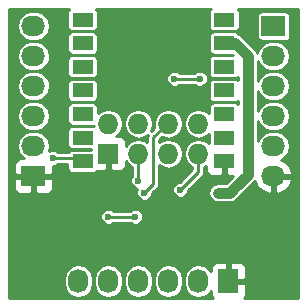
<source format=gbl>
G04 #@! TF.FileFunction,Copper,L2,Bot,Signal*
%FSLAX46Y46*%
G04 Gerber Fmt 4.6, Leading zero omitted, Abs format (unit mm)*
G04 Created by KiCad (PCBNEW 4.0.0-rc2-stable) date 29.11.2015 16:31:19*
%MOMM*%
G01*
G04 APERTURE LIST*
%ADD10C,0.100000*%
%ADD11R,1.727200X2.032000*%
%ADD12O,1.727200X2.032000*%
%ADD13R,2.032000X1.727200*%
%ADD14O,2.032000X1.727200*%
%ADD15R,1.800000X1.200000*%
%ADD16R,1.727200X1.727200*%
%ADD17O,1.727200X1.727200*%
%ADD18C,0.600000*%
%ADD19C,0.254000*%
%ADD20C,0.889000*%
G04 APERTURE END LIST*
D10*
D11*
X125730000Y-99695000D03*
D12*
X123190000Y-99695000D03*
X120650000Y-99695000D03*
X118110000Y-99695000D03*
X115570000Y-99695000D03*
X113030000Y-99695000D03*
D13*
X129540000Y-78105000D03*
D14*
X129540000Y-80645000D03*
X129540000Y-83185000D03*
X129540000Y-85725000D03*
X129540000Y-88265000D03*
X129540000Y-90805000D03*
D13*
X109220000Y-90805000D03*
D14*
X109220000Y-88265000D03*
X109220000Y-85725000D03*
X109220000Y-83185000D03*
X109220000Y-80645000D03*
X109220000Y-78105000D03*
D15*
X113380000Y-77550000D03*
X113380000Y-79550000D03*
X113380000Y-81550000D03*
X113380000Y-83550000D03*
X113380000Y-85550000D03*
X113380000Y-87550000D03*
X113380000Y-89550000D03*
X125380000Y-89550000D03*
X125380000Y-87550000D03*
X125380000Y-85550000D03*
X125380000Y-83550000D03*
X125380000Y-81550000D03*
X125380000Y-79550000D03*
X125380000Y-77550000D03*
D16*
X115570000Y-88900000D03*
D17*
X115570000Y-86360000D03*
X118110000Y-88900000D03*
X118110000Y-86360000D03*
X120650000Y-88900000D03*
X120650000Y-86360000D03*
X123190000Y-88900000D03*
X123190000Y-86360000D03*
D18*
X129794000Y-94488000D03*
X121285000Y-95123000D03*
X115570000Y-94234000D03*
X117856000Y-94234000D03*
X124841000Y-92202000D03*
X121666000Y-91948000D03*
X121158000Y-82550000D03*
X123317000Y-82550000D03*
X110871000Y-89281000D03*
X118110000Y-91186000D03*
X118618000Y-92202000D03*
D19*
X117856000Y-94234000D02*
X115570000Y-94234000D01*
D20*
X126238000Y-91821000D02*
X125857000Y-92202000D01*
X125857000Y-92202000D02*
X124841000Y-92202000D01*
X125380000Y-79550000D02*
X126286000Y-79550000D01*
X127381000Y-90678000D02*
X126238000Y-91821000D01*
X127381000Y-80645000D02*
X127381000Y-90678000D01*
X126286000Y-79550000D02*
X127381000Y-80645000D01*
D19*
X121666000Y-91948000D02*
X123190000Y-90424000D01*
X123190000Y-90424000D02*
X123190000Y-88900000D01*
X115824000Y-86360000D02*
X115570000Y-86360000D01*
X123317000Y-82550000D02*
X121158000Y-82550000D01*
X123317000Y-82550000D02*
X123190000Y-82677000D01*
X110871000Y-89281000D02*
X113111000Y-89281000D01*
X113111000Y-89281000D02*
X113380000Y-89550000D01*
X118110000Y-88900000D02*
X118110000Y-91186000D01*
X119380000Y-87503000D02*
X119380000Y-91440000D01*
X120523000Y-86360000D02*
X119380000Y-87503000D01*
X119380000Y-91440000D02*
X118618000Y-92202000D01*
X120650000Y-86360000D02*
X120523000Y-86360000D01*
G36*
X112209135Y-76671546D02*
X112122141Y-76798866D01*
X112091536Y-76950000D01*
X112091536Y-78150000D01*
X112118103Y-78291190D01*
X112201546Y-78420865D01*
X112328866Y-78507859D01*
X112480000Y-78538464D01*
X114280000Y-78538464D01*
X114421190Y-78511897D01*
X114550865Y-78428454D01*
X114637859Y-78301134D01*
X114668464Y-78150000D01*
X114668464Y-76950000D01*
X114641897Y-76808810D01*
X114558454Y-76679135D01*
X114524595Y-76656000D01*
X124233294Y-76656000D01*
X124209135Y-76671546D01*
X124122141Y-76798866D01*
X124091536Y-76950000D01*
X124091536Y-78150000D01*
X124118103Y-78291190D01*
X124201546Y-78420865D01*
X124328866Y-78507859D01*
X124480000Y-78538464D01*
X126280000Y-78538464D01*
X126421190Y-78511897D01*
X126550865Y-78428454D01*
X126637859Y-78301134D01*
X126668464Y-78150000D01*
X126668464Y-77241400D01*
X128135536Y-77241400D01*
X128135536Y-78968600D01*
X128162103Y-79109790D01*
X128245546Y-79239465D01*
X128372866Y-79326459D01*
X128524000Y-79357064D01*
X130556000Y-79357064D01*
X130697190Y-79330497D01*
X130826865Y-79247054D01*
X130913859Y-79119734D01*
X130944464Y-78968600D01*
X130944464Y-77241400D01*
X130917897Y-77100210D01*
X130834454Y-76970535D01*
X130707134Y-76883541D01*
X130556000Y-76852936D01*
X128524000Y-76852936D01*
X128382810Y-76879503D01*
X128253135Y-76962946D01*
X128166141Y-77090266D01*
X128135536Y-77241400D01*
X126668464Y-77241400D01*
X126668464Y-76950000D01*
X126641897Y-76808810D01*
X126558454Y-76679135D01*
X126524595Y-76656000D01*
X131624000Y-76656000D01*
X131624000Y-101144000D01*
X127058625Y-101144000D01*
X127131927Y-101070698D01*
X127228600Y-100837309D01*
X127228600Y-99980750D01*
X127069850Y-99822000D01*
X125857000Y-99822000D01*
X125857000Y-99842000D01*
X125603000Y-99842000D01*
X125603000Y-99822000D01*
X125583000Y-99822000D01*
X125583000Y-99568000D01*
X125603000Y-99568000D01*
X125603000Y-98202750D01*
X125857000Y-98202750D01*
X125857000Y-99568000D01*
X127069850Y-99568000D01*
X127228600Y-99409250D01*
X127228600Y-98552691D01*
X127131927Y-98319302D01*
X126953299Y-98140673D01*
X126719910Y-98044000D01*
X126015750Y-98044000D01*
X125857000Y-98202750D01*
X125603000Y-98202750D01*
X125444250Y-98044000D01*
X124740090Y-98044000D01*
X124506701Y-98140673D01*
X124328073Y-98319302D01*
X124231400Y-98552691D01*
X124231400Y-98876621D01*
X124070065Y-98635166D01*
X123666288Y-98365371D01*
X123190000Y-98270631D01*
X122713712Y-98365371D01*
X122309935Y-98635166D01*
X122040140Y-99038943D01*
X121945400Y-99515231D01*
X121945400Y-99874769D01*
X122040140Y-100351057D01*
X122309935Y-100754834D01*
X122713712Y-101024629D01*
X123190000Y-101119369D01*
X123666288Y-101024629D01*
X124070065Y-100754834D01*
X124231400Y-100513379D01*
X124231400Y-100837309D01*
X124328073Y-101070698D01*
X124401375Y-101144000D01*
X107136000Y-101144000D01*
X107136000Y-99515231D01*
X111785400Y-99515231D01*
X111785400Y-99874769D01*
X111880140Y-100351057D01*
X112149935Y-100754834D01*
X112553712Y-101024629D01*
X113030000Y-101119369D01*
X113506288Y-101024629D01*
X113910065Y-100754834D01*
X114179860Y-100351057D01*
X114274600Y-99874769D01*
X114274600Y-99515231D01*
X114325400Y-99515231D01*
X114325400Y-99874769D01*
X114420140Y-100351057D01*
X114689935Y-100754834D01*
X115093712Y-101024629D01*
X115570000Y-101119369D01*
X116046288Y-101024629D01*
X116450065Y-100754834D01*
X116719860Y-100351057D01*
X116814600Y-99874769D01*
X116814600Y-99515231D01*
X116865400Y-99515231D01*
X116865400Y-99874769D01*
X116960140Y-100351057D01*
X117229935Y-100754834D01*
X117633712Y-101024629D01*
X118110000Y-101119369D01*
X118586288Y-101024629D01*
X118990065Y-100754834D01*
X119259860Y-100351057D01*
X119354600Y-99874769D01*
X119354600Y-99515231D01*
X119405400Y-99515231D01*
X119405400Y-99874769D01*
X119500140Y-100351057D01*
X119769935Y-100754834D01*
X120173712Y-101024629D01*
X120650000Y-101119369D01*
X121126288Y-101024629D01*
X121530065Y-100754834D01*
X121799860Y-100351057D01*
X121894600Y-99874769D01*
X121894600Y-99515231D01*
X121799860Y-99038943D01*
X121530065Y-98635166D01*
X121126288Y-98365371D01*
X120650000Y-98270631D01*
X120173712Y-98365371D01*
X119769935Y-98635166D01*
X119500140Y-99038943D01*
X119405400Y-99515231D01*
X119354600Y-99515231D01*
X119259860Y-99038943D01*
X118990065Y-98635166D01*
X118586288Y-98365371D01*
X118110000Y-98270631D01*
X117633712Y-98365371D01*
X117229935Y-98635166D01*
X116960140Y-99038943D01*
X116865400Y-99515231D01*
X116814600Y-99515231D01*
X116719860Y-99038943D01*
X116450065Y-98635166D01*
X116046288Y-98365371D01*
X115570000Y-98270631D01*
X115093712Y-98365371D01*
X114689935Y-98635166D01*
X114420140Y-99038943D01*
X114325400Y-99515231D01*
X114274600Y-99515231D01*
X114179860Y-99038943D01*
X113910065Y-98635166D01*
X113506288Y-98365371D01*
X113030000Y-98270631D01*
X112553712Y-98365371D01*
X112149935Y-98635166D01*
X111880140Y-99038943D01*
X111785400Y-99515231D01*
X107136000Y-99515231D01*
X107136000Y-94368865D01*
X114888882Y-94368865D01*
X114992339Y-94619252D01*
X115183741Y-94810987D01*
X115433946Y-94914882D01*
X115704865Y-94915118D01*
X115955252Y-94811661D01*
X116025034Y-94742000D01*
X117400874Y-94742000D01*
X117469741Y-94810987D01*
X117719946Y-94914882D01*
X117990865Y-94915118D01*
X118241252Y-94811661D01*
X118432987Y-94620259D01*
X118536882Y-94370054D01*
X118537118Y-94099135D01*
X118433661Y-93848748D01*
X118242259Y-93657013D01*
X117992054Y-93553118D01*
X117721135Y-93552882D01*
X117470748Y-93656339D01*
X117400966Y-93726000D01*
X116025126Y-93726000D01*
X115956259Y-93657013D01*
X115706054Y-93553118D01*
X115435135Y-93552882D01*
X115184748Y-93656339D01*
X114993013Y-93847741D01*
X114889118Y-94097946D01*
X114888882Y-94368865D01*
X107136000Y-94368865D01*
X107136000Y-91090750D01*
X107569000Y-91090750D01*
X107569000Y-91794910D01*
X107665673Y-92028299D01*
X107844302Y-92206927D01*
X108077691Y-92303600D01*
X108934250Y-92303600D01*
X109093000Y-92144850D01*
X109093000Y-90932000D01*
X109347000Y-90932000D01*
X109347000Y-92144850D01*
X109505750Y-92303600D01*
X110362309Y-92303600D01*
X110595698Y-92206927D01*
X110774327Y-92028299D01*
X110871000Y-91794910D01*
X110871000Y-91090750D01*
X110712250Y-90932000D01*
X109347000Y-90932000D01*
X109093000Y-90932000D01*
X107727750Y-90932000D01*
X107569000Y-91090750D01*
X107136000Y-91090750D01*
X107136000Y-89815090D01*
X107569000Y-89815090D01*
X107569000Y-90519250D01*
X107727750Y-90678000D01*
X109093000Y-90678000D01*
X109093000Y-90658000D01*
X109347000Y-90658000D01*
X109347000Y-90678000D01*
X110712250Y-90678000D01*
X110871000Y-90519250D01*
X110871000Y-89962001D01*
X111005865Y-89962118D01*
X111256252Y-89858661D01*
X111326034Y-89789000D01*
X112091536Y-89789000D01*
X112091536Y-90150000D01*
X112118103Y-90291190D01*
X112201546Y-90420865D01*
X112328866Y-90507859D01*
X112480000Y-90538464D01*
X114280000Y-90538464D01*
X114421190Y-90511897D01*
X114550865Y-90428454D01*
X114573210Y-90395750D01*
X114580090Y-90398600D01*
X115284250Y-90398600D01*
X115443000Y-90239850D01*
X115443000Y-89027000D01*
X115423000Y-89027000D01*
X115423000Y-88773000D01*
X115443000Y-88773000D01*
X115443000Y-88753000D01*
X115697000Y-88753000D01*
X115697000Y-88773000D01*
X115717000Y-88773000D01*
X115717000Y-89027000D01*
X115697000Y-89027000D01*
X115697000Y-90239850D01*
X115855750Y-90398600D01*
X116559910Y-90398600D01*
X116793299Y-90301927D01*
X116971927Y-90123298D01*
X117068600Y-89889909D01*
X117068600Y-89562993D01*
X117229935Y-89804448D01*
X117602000Y-90053054D01*
X117602000Y-90730874D01*
X117533013Y-90799741D01*
X117429118Y-91049946D01*
X117428882Y-91320865D01*
X117532339Y-91571252D01*
X117723741Y-91762987D01*
X117973946Y-91866882D01*
X118019761Y-91866922D01*
X117937118Y-92065946D01*
X117936882Y-92336865D01*
X118040339Y-92587252D01*
X118231741Y-92778987D01*
X118481946Y-92882882D01*
X118752865Y-92883118D01*
X119003252Y-92779661D01*
X119194987Y-92588259D01*
X119298882Y-92338054D01*
X119298968Y-92239452D01*
X119455555Y-92082865D01*
X120984882Y-92082865D01*
X121088339Y-92333252D01*
X121279741Y-92524987D01*
X121529946Y-92628882D01*
X121800865Y-92629118D01*
X122051252Y-92525661D01*
X122242987Y-92334259D01*
X122346882Y-92084054D01*
X122346968Y-91985452D01*
X123549210Y-90783211D01*
X123622790Y-90673090D01*
X123659331Y-90618403D01*
X123698000Y-90424000D01*
X123698000Y-90053054D01*
X123845000Y-89954832D01*
X123845000Y-90276310D01*
X123941673Y-90509699D01*
X124120302Y-90688327D01*
X124353691Y-90785000D01*
X125094250Y-90785000D01*
X125253000Y-90626250D01*
X125253000Y-89677000D01*
X125233000Y-89677000D01*
X125233000Y-89423000D01*
X125253000Y-89423000D01*
X125253000Y-89403000D01*
X125507000Y-89403000D01*
X125507000Y-89423000D01*
X125527000Y-89423000D01*
X125527000Y-89677000D01*
X125507000Y-89677000D01*
X125507000Y-90626250D01*
X125665750Y-90785000D01*
X126106566Y-90785000D01*
X125654283Y-91237283D01*
X125654281Y-91237286D01*
X125515067Y-91376500D01*
X124841000Y-91376500D01*
X124525095Y-91439337D01*
X124257283Y-91618283D01*
X124078337Y-91886095D01*
X124015500Y-92202000D01*
X124078337Y-92517905D01*
X124257283Y-92785717D01*
X124525095Y-92964663D01*
X124841000Y-93027500D01*
X125857000Y-93027500D01*
X126172906Y-92964663D01*
X126440717Y-92785717D01*
X126821714Y-92404719D01*
X126821717Y-92404717D01*
X127964717Y-91261717D01*
X127970550Y-91252987D01*
X128189268Y-91707036D01*
X128625680Y-92096954D01*
X129178087Y-92290184D01*
X129413000Y-92145924D01*
X129413000Y-90932000D01*
X129667000Y-90932000D01*
X129667000Y-92145924D01*
X129901913Y-92290184D01*
X130454320Y-92096954D01*
X130890732Y-91707036D01*
X131144709Y-91179791D01*
X131147358Y-91164026D01*
X131026217Y-90932000D01*
X129667000Y-90932000D01*
X129413000Y-90932000D01*
X129393000Y-90932000D01*
X129393000Y-90678000D01*
X129413000Y-90678000D01*
X129413000Y-90658000D01*
X129667000Y-90658000D01*
X129667000Y-90678000D01*
X131026217Y-90678000D01*
X131147358Y-90445974D01*
X131144709Y-90430209D01*
X130890732Y-89902964D01*
X130454320Y-89513046D01*
X130181757Y-89417704D01*
X130196057Y-89414860D01*
X130599834Y-89145065D01*
X130869629Y-88741288D01*
X130964369Y-88265000D01*
X130869629Y-87788712D01*
X130599834Y-87384935D01*
X130196057Y-87115140D01*
X129719769Y-87020400D01*
X129360231Y-87020400D01*
X128883943Y-87115140D01*
X128480166Y-87384935D01*
X128210371Y-87788712D01*
X128206500Y-87808173D01*
X128206500Y-86181827D01*
X128210371Y-86201288D01*
X128480166Y-86605065D01*
X128883943Y-86874860D01*
X129360231Y-86969600D01*
X129719769Y-86969600D01*
X130196057Y-86874860D01*
X130599834Y-86605065D01*
X130869629Y-86201288D01*
X130964369Y-85725000D01*
X130869629Y-85248712D01*
X130599834Y-84844935D01*
X130196057Y-84575140D01*
X129719769Y-84480400D01*
X129360231Y-84480400D01*
X128883943Y-84575140D01*
X128480166Y-84844935D01*
X128210371Y-85248712D01*
X128206500Y-85268173D01*
X128206500Y-83641827D01*
X128210371Y-83661288D01*
X128480166Y-84065065D01*
X128883943Y-84334860D01*
X129360231Y-84429600D01*
X129719769Y-84429600D01*
X130196057Y-84334860D01*
X130599834Y-84065065D01*
X130869629Y-83661288D01*
X130964369Y-83185000D01*
X130869629Y-82708712D01*
X130599834Y-82304935D01*
X130196057Y-82035140D01*
X129719769Y-81940400D01*
X129360231Y-81940400D01*
X128883943Y-82035140D01*
X128480166Y-82304935D01*
X128210371Y-82708712D01*
X128206500Y-82728173D01*
X128206500Y-81101827D01*
X128210371Y-81121288D01*
X128480166Y-81525065D01*
X128883943Y-81794860D01*
X129360231Y-81889600D01*
X129719769Y-81889600D01*
X130196057Y-81794860D01*
X130599834Y-81525065D01*
X130869629Y-81121288D01*
X130964369Y-80645000D01*
X130869629Y-80168712D01*
X130599834Y-79764935D01*
X130196057Y-79495140D01*
X129719769Y-79400400D01*
X129360231Y-79400400D01*
X128883943Y-79495140D01*
X128480166Y-79764935D01*
X128210371Y-80168712D01*
X128161066Y-80416584D01*
X128143663Y-80329094D01*
X127964717Y-80061283D01*
X126869717Y-78966283D01*
X126643027Y-78814813D01*
X126641897Y-78808810D01*
X126558454Y-78679135D01*
X126431134Y-78592141D01*
X126280000Y-78561536D01*
X124480000Y-78561536D01*
X124338810Y-78588103D01*
X124209135Y-78671546D01*
X124122141Y-78798866D01*
X124091536Y-78950000D01*
X124091536Y-80150000D01*
X124118103Y-80291190D01*
X124201546Y-80420865D01*
X124328866Y-80507859D01*
X124480000Y-80538464D01*
X126107030Y-80538464D01*
X126130102Y-80561536D01*
X124480000Y-80561536D01*
X124338810Y-80588103D01*
X124209135Y-80671546D01*
X124122141Y-80798866D01*
X124091536Y-80950000D01*
X124091536Y-82150000D01*
X124118103Y-82291190D01*
X124201546Y-82420865D01*
X124328866Y-82507859D01*
X124480000Y-82538464D01*
X126280000Y-82538464D01*
X126421190Y-82511897D01*
X126550865Y-82428454D01*
X126555500Y-82421670D01*
X126555500Y-82677117D01*
X126431134Y-82592141D01*
X126280000Y-82561536D01*
X124480000Y-82561536D01*
X124338810Y-82588103D01*
X124209135Y-82671546D01*
X124122141Y-82798866D01*
X124091536Y-82950000D01*
X124091536Y-84150000D01*
X124118103Y-84291190D01*
X124201546Y-84420865D01*
X124328866Y-84507859D01*
X124480000Y-84538464D01*
X126280000Y-84538464D01*
X126421190Y-84511897D01*
X126550865Y-84428454D01*
X126555500Y-84421670D01*
X126555500Y-84677117D01*
X126431134Y-84592141D01*
X126280000Y-84561536D01*
X124480000Y-84561536D01*
X124338810Y-84588103D01*
X124209135Y-84671546D01*
X124122141Y-84798866D01*
X124091536Y-84950000D01*
X124091536Y-85487686D01*
X124070065Y-85455552D01*
X123666288Y-85185757D01*
X123190000Y-85091017D01*
X122713712Y-85185757D01*
X122309935Y-85455552D01*
X122040140Y-85859329D01*
X121945400Y-86335617D01*
X121945400Y-86384383D01*
X122040140Y-86860671D01*
X122309935Y-87264448D01*
X122713712Y-87534243D01*
X123190000Y-87628983D01*
X123666288Y-87534243D01*
X124070065Y-87264448D01*
X124091536Y-87232314D01*
X124091536Y-88027686D01*
X124070065Y-87995552D01*
X123666288Y-87725757D01*
X123190000Y-87631017D01*
X122713712Y-87725757D01*
X122309935Y-87995552D01*
X122040140Y-88399329D01*
X121945400Y-88875617D01*
X121945400Y-88924383D01*
X122040140Y-89400671D01*
X122309935Y-89804448D01*
X122682000Y-90053054D01*
X122682000Y-90213579D01*
X121628613Y-91266967D01*
X121531135Y-91266882D01*
X121280748Y-91370339D01*
X121089013Y-91561741D01*
X120985118Y-91811946D01*
X120984882Y-92082865D01*
X119455555Y-92082865D01*
X119739210Y-91799210D01*
X119849331Y-91634403D01*
X119888000Y-91440000D01*
X119888000Y-89883336D01*
X120173712Y-90074243D01*
X120650000Y-90168983D01*
X121126288Y-90074243D01*
X121530065Y-89804448D01*
X121799860Y-89400671D01*
X121894600Y-88924383D01*
X121894600Y-88875617D01*
X121799860Y-88399329D01*
X121530065Y-87995552D01*
X121126288Y-87725757D01*
X120650000Y-87631017D01*
X120173712Y-87725757D01*
X119888000Y-87916664D01*
X119888000Y-87713420D01*
X120109849Y-87491571D01*
X120173712Y-87534243D01*
X120650000Y-87628983D01*
X121126288Y-87534243D01*
X121530065Y-87264448D01*
X121799860Y-86860671D01*
X121894600Y-86384383D01*
X121894600Y-86335617D01*
X121799860Y-85859329D01*
X121530065Y-85455552D01*
X121126288Y-85185757D01*
X120650000Y-85091017D01*
X120173712Y-85185757D01*
X119769935Y-85455552D01*
X119500140Y-85859329D01*
X119405400Y-86335617D01*
X119405400Y-86384383D01*
X119467583Y-86696997D01*
X119171160Y-86993420D01*
X119259860Y-86860671D01*
X119354600Y-86384383D01*
X119354600Y-86335617D01*
X119259860Y-85859329D01*
X118990065Y-85455552D01*
X118586288Y-85185757D01*
X118110000Y-85091017D01*
X117633712Y-85185757D01*
X117229935Y-85455552D01*
X116960140Y-85859329D01*
X116865400Y-86335617D01*
X116865400Y-86384383D01*
X116960140Y-86860671D01*
X117229935Y-87264448D01*
X117633712Y-87534243D01*
X118110000Y-87628983D01*
X118586288Y-87534243D01*
X118908627Y-87318863D01*
X118872000Y-87503000D01*
X118872000Y-87916664D01*
X118586288Y-87725757D01*
X118110000Y-87631017D01*
X117633712Y-87725757D01*
X117229935Y-87995552D01*
X117068600Y-88237007D01*
X117068600Y-87910091D01*
X116971927Y-87676702D01*
X116793299Y-87498073D01*
X116559910Y-87401400D01*
X116245102Y-87401400D01*
X116450065Y-87264448D01*
X116719860Y-86860671D01*
X116814600Y-86384383D01*
X116814600Y-86335617D01*
X116719860Y-85859329D01*
X116450065Y-85455552D01*
X116046288Y-85185757D01*
X115570000Y-85091017D01*
X115093712Y-85185757D01*
X114689935Y-85455552D01*
X114668464Y-85487686D01*
X114668464Y-84950000D01*
X114641897Y-84808810D01*
X114558454Y-84679135D01*
X114431134Y-84592141D01*
X114280000Y-84561536D01*
X112480000Y-84561536D01*
X112338810Y-84588103D01*
X112209135Y-84671546D01*
X112122141Y-84798866D01*
X112091536Y-84950000D01*
X112091536Y-86150000D01*
X112118103Y-86291190D01*
X112201546Y-86420865D01*
X112328866Y-86507859D01*
X112480000Y-86538464D01*
X114280000Y-86538464D01*
X114353305Y-86524671D01*
X114364023Y-86578551D01*
X114280000Y-86561536D01*
X112480000Y-86561536D01*
X112338810Y-86588103D01*
X112209135Y-86671546D01*
X112122141Y-86798866D01*
X112091536Y-86950000D01*
X112091536Y-88150000D01*
X112118103Y-88291190D01*
X112201546Y-88420865D01*
X112328866Y-88507859D01*
X112480000Y-88538464D01*
X114071400Y-88538464D01*
X114071400Y-88561536D01*
X112480000Y-88561536D01*
X112338810Y-88588103D01*
X112209135Y-88671546D01*
X112139814Y-88773000D01*
X111326126Y-88773000D01*
X111257259Y-88704013D01*
X111007054Y-88600118D01*
X110736135Y-88599882D01*
X110563574Y-88671182D01*
X110644369Y-88265000D01*
X110549629Y-87788712D01*
X110279834Y-87384935D01*
X109876057Y-87115140D01*
X109399769Y-87020400D01*
X109040231Y-87020400D01*
X108563943Y-87115140D01*
X108160166Y-87384935D01*
X107890371Y-87788712D01*
X107795631Y-88265000D01*
X107890371Y-88741288D01*
X108160166Y-89145065D01*
X108401621Y-89306400D01*
X108077691Y-89306400D01*
X107844302Y-89403073D01*
X107665673Y-89581701D01*
X107569000Y-89815090D01*
X107136000Y-89815090D01*
X107136000Y-85725000D01*
X107795631Y-85725000D01*
X107890371Y-86201288D01*
X108160166Y-86605065D01*
X108563943Y-86874860D01*
X109040231Y-86969600D01*
X109399769Y-86969600D01*
X109876057Y-86874860D01*
X110279834Y-86605065D01*
X110549629Y-86201288D01*
X110644369Y-85725000D01*
X110549629Y-85248712D01*
X110279834Y-84844935D01*
X109876057Y-84575140D01*
X109399769Y-84480400D01*
X109040231Y-84480400D01*
X108563943Y-84575140D01*
X108160166Y-84844935D01*
X107890371Y-85248712D01*
X107795631Y-85725000D01*
X107136000Y-85725000D01*
X107136000Y-83185000D01*
X107795631Y-83185000D01*
X107890371Y-83661288D01*
X108160166Y-84065065D01*
X108563943Y-84334860D01*
X109040231Y-84429600D01*
X109399769Y-84429600D01*
X109876057Y-84334860D01*
X110279834Y-84065065D01*
X110549629Y-83661288D01*
X110644369Y-83185000D01*
X110597625Y-82950000D01*
X112091536Y-82950000D01*
X112091536Y-84150000D01*
X112118103Y-84291190D01*
X112201546Y-84420865D01*
X112328866Y-84507859D01*
X112480000Y-84538464D01*
X114280000Y-84538464D01*
X114421190Y-84511897D01*
X114550865Y-84428454D01*
X114637859Y-84301134D01*
X114668464Y-84150000D01*
X114668464Y-82950000D01*
X114641897Y-82808810D01*
X114562142Y-82684865D01*
X120476882Y-82684865D01*
X120580339Y-82935252D01*
X120771741Y-83126987D01*
X121021946Y-83230882D01*
X121292865Y-83231118D01*
X121543252Y-83127661D01*
X121613034Y-83058000D01*
X122861874Y-83058000D01*
X122930741Y-83126987D01*
X123180946Y-83230882D01*
X123451865Y-83231118D01*
X123702252Y-83127661D01*
X123893987Y-82936259D01*
X123997882Y-82686054D01*
X123998118Y-82415135D01*
X123894661Y-82164748D01*
X123703259Y-81973013D01*
X123453054Y-81869118D01*
X123182135Y-81868882D01*
X122931748Y-81972339D01*
X122861966Y-82042000D01*
X121613126Y-82042000D01*
X121544259Y-81973013D01*
X121294054Y-81869118D01*
X121023135Y-81868882D01*
X120772748Y-81972339D01*
X120581013Y-82163741D01*
X120477118Y-82413946D01*
X120476882Y-82684865D01*
X114562142Y-82684865D01*
X114558454Y-82679135D01*
X114431134Y-82592141D01*
X114280000Y-82561536D01*
X112480000Y-82561536D01*
X112338810Y-82588103D01*
X112209135Y-82671546D01*
X112122141Y-82798866D01*
X112091536Y-82950000D01*
X110597625Y-82950000D01*
X110549629Y-82708712D01*
X110279834Y-82304935D01*
X109876057Y-82035140D01*
X109399769Y-81940400D01*
X109040231Y-81940400D01*
X108563943Y-82035140D01*
X108160166Y-82304935D01*
X107890371Y-82708712D01*
X107795631Y-83185000D01*
X107136000Y-83185000D01*
X107136000Y-80645000D01*
X107795631Y-80645000D01*
X107890371Y-81121288D01*
X108160166Y-81525065D01*
X108563943Y-81794860D01*
X109040231Y-81889600D01*
X109399769Y-81889600D01*
X109876057Y-81794860D01*
X110279834Y-81525065D01*
X110549629Y-81121288D01*
X110583700Y-80950000D01*
X112091536Y-80950000D01*
X112091536Y-82150000D01*
X112118103Y-82291190D01*
X112201546Y-82420865D01*
X112328866Y-82507859D01*
X112480000Y-82538464D01*
X114280000Y-82538464D01*
X114421190Y-82511897D01*
X114550865Y-82428454D01*
X114637859Y-82301134D01*
X114668464Y-82150000D01*
X114668464Y-80950000D01*
X114641897Y-80808810D01*
X114558454Y-80679135D01*
X114431134Y-80592141D01*
X114280000Y-80561536D01*
X112480000Y-80561536D01*
X112338810Y-80588103D01*
X112209135Y-80671546D01*
X112122141Y-80798866D01*
X112091536Y-80950000D01*
X110583700Y-80950000D01*
X110644369Y-80645000D01*
X110549629Y-80168712D01*
X110279834Y-79764935D01*
X109876057Y-79495140D01*
X109399769Y-79400400D01*
X109040231Y-79400400D01*
X108563943Y-79495140D01*
X108160166Y-79764935D01*
X107890371Y-80168712D01*
X107795631Y-80645000D01*
X107136000Y-80645000D01*
X107136000Y-78105000D01*
X107795631Y-78105000D01*
X107890371Y-78581288D01*
X108160166Y-78985065D01*
X108563943Y-79254860D01*
X109040231Y-79349600D01*
X109399769Y-79349600D01*
X109876057Y-79254860D01*
X110279834Y-78985065D01*
X110303263Y-78950000D01*
X112091536Y-78950000D01*
X112091536Y-80150000D01*
X112118103Y-80291190D01*
X112201546Y-80420865D01*
X112328866Y-80507859D01*
X112480000Y-80538464D01*
X114280000Y-80538464D01*
X114421190Y-80511897D01*
X114550865Y-80428454D01*
X114637859Y-80301134D01*
X114668464Y-80150000D01*
X114668464Y-78950000D01*
X114641897Y-78808810D01*
X114558454Y-78679135D01*
X114431134Y-78592141D01*
X114280000Y-78561536D01*
X112480000Y-78561536D01*
X112338810Y-78588103D01*
X112209135Y-78671546D01*
X112122141Y-78798866D01*
X112091536Y-78950000D01*
X110303263Y-78950000D01*
X110549629Y-78581288D01*
X110644369Y-78105000D01*
X110549629Y-77628712D01*
X110279834Y-77224935D01*
X109876057Y-76955140D01*
X109399769Y-76860400D01*
X109040231Y-76860400D01*
X108563943Y-76955140D01*
X108160166Y-77224935D01*
X107890371Y-77628712D01*
X107795631Y-78105000D01*
X107136000Y-78105000D01*
X107136000Y-76656000D01*
X112233294Y-76656000D01*
X112209135Y-76671546D01*
X112209135Y-76671546D01*
G37*
X112209135Y-76671546D02*
X112122141Y-76798866D01*
X112091536Y-76950000D01*
X112091536Y-78150000D01*
X112118103Y-78291190D01*
X112201546Y-78420865D01*
X112328866Y-78507859D01*
X112480000Y-78538464D01*
X114280000Y-78538464D01*
X114421190Y-78511897D01*
X114550865Y-78428454D01*
X114637859Y-78301134D01*
X114668464Y-78150000D01*
X114668464Y-76950000D01*
X114641897Y-76808810D01*
X114558454Y-76679135D01*
X114524595Y-76656000D01*
X124233294Y-76656000D01*
X124209135Y-76671546D01*
X124122141Y-76798866D01*
X124091536Y-76950000D01*
X124091536Y-78150000D01*
X124118103Y-78291190D01*
X124201546Y-78420865D01*
X124328866Y-78507859D01*
X124480000Y-78538464D01*
X126280000Y-78538464D01*
X126421190Y-78511897D01*
X126550865Y-78428454D01*
X126637859Y-78301134D01*
X126668464Y-78150000D01*
X126668464Y-77241400D01*
X128135536Y-77241400D01*
X128135536Y-78968600D01*
X128162103Y-79109790D01*
X128245546Y-79239465D01*
X128372866Y-79326459D01*
X128524000Y-79357064D01*
X130556000Y-79357064D01*
X130697190Y-79330497D01*
X130826865Y-79247054D01*
X130913859Y-79119734D01*
X130944464Y-78968600D01*
X130944464Y-77241400D01*
X130917897Y-77100210D01*
X130834454Y-76970535D01*
X130707134Y-76883541D01*
X130556000Y-76852936D01*
X128524000Y-76852936D01*
X128382810Y-76879503D01*
X128253135Y-76962946D01*
X128166141Y-77090266D01*
X128135536Y-77241400D01*
X126668464Y-77241400D01*
X126668464Y-76950000D01*
X126641897Y-76808810D01*
X126558454Y-76679135D01*
X126524595Y-76656000D01*
X131624000Y-76656000D01*
X131624000Y-101144000D01*
X127058625Y-101144000D01*
X127131927Y-101070698D01*
X127228600Y-100837309D01*
X127228600Y-99980750D01*
X127069850Y-99822000D01*
X125857000Y-99822000D01*
X125857000Y-99842000D01*
X125603000Y-99842000D01*
X125603000Y-99822000D01*
X125583000Y-99822000D01*
X125583000Y-99568000D01*
X125603000Y-99568000D01*
X125603000Y-98202750D01*
X125857000Y-98202750D01*
X125857000Y-99568000D01*
X127069850Y-99568000D01*
X127228600Y-99409250D01*
X127228600Y-98552691D01*
X127131927Y-98319302D01*
X126953299Y-98140673D01*
X126719910Y-98044000D01*
X126015750Y-98044000D01*
X125857000Y-98202750D01*
X125603000Y-98202750D01*
X125444250Y-98044000D01*
X124740090Y-98044000D01*
X124506701Y-98140673D01*
X124328073Y-98319302D01*
X124231400Y-98552691D01*
X124231400Y-98876621D01*
X124070065Y-98635166D01*
X123666288Y-98365371D01*
X123190000Y-98270631D01*
X122713712Y-98365371D01*
X122309935Y-98635166D01*
X122040140Y-99038943D01*
X121945400Y-99515231D01*
X121945400Y-99874769D01*
X122040140Y-100351057D01*
X122309935Y-100754834D01*
X122713712Y-101024629D01*
X123190000Y-101119369D01*
X123666288Y-101024629D01*
X124070065Y-100754834D01*
X124231400Y-100513379D01*
X124231400Y-100837309D01*
X124328073Y-101070698D01*
X124401375Y-101144000D01*
X107136000Y-101144000D01*
X107136000Y-99515231D01*
X111785400Y-99515231D01*
X111785400Y-99874769D01*
X111880140Y-100351057D01*
X112149935Y-100754834D01*
X112553712Y-101024629D01*
X113030000Y-101119369D01*
X113506288Y-101024629D01*
X113910065Y-100754834D01*
X114179860Y-100351057D01*
X114274600Y-99874769D01*
X114274600Y-99515231D01*
X114325400Y-99515231D01*
X114325400Y-99874769D01*
X114420140Y-100351057D01*
X114689935Y-100754834D01*
X115093712Y-101024629D01*
X115570000Y-101119369D01*
X116046288Y-101024629D01*
X116450065Y-100754834D01*
X116719860Y-100351057D01*
X116814600Y-99874769D01*
X116814600Y-99515231D01*
X116865400Y-99515231D01*
X116865400Y-99874769D01*
X116960140Y-100351057D01*
X117229935Y-100754834D01*
X117633712Y-101024629D01*
X118110000Y-101119369D01*
X118586288Y-101024629D01*
X118990065Y-100754834D01*
X119259860Y-100351057D01*
X119354600Y-99874769D01*
X119354600Y-99515231D01*
X119405400Y-99515231D01*
X119405400Y-99874769D01*
X119500140Y-100351057D01*
X119769935Y-100754834D01*
X120173712Y-101024629D01*
X120650000Y-101119369D01*
X121126288Y-101024629D01*
X121530065Y-100754834D01*
X121799860Y-100351057D01*
X121894600Y-99874769D01*
X121894600Y-99515231D01*
X121799860Y-99038943D01*
X121530065Y-98635166D01*
X121126288Y-98365371D01*
X120650000Y-98270631D01*
X120173712Y-98365371D01*
X119769935Y-98635166D01*
X119500140Y-99038943D01*
X119405400Y-99515231D01*
X119354600Y-99515231D01*
X119259860Y-99038943D01*
X118990065Y-98635166D01*
X118586288Y-98365371D01*
X118110000Y-98270631D01*
X117633712Y-98365371D01*
X117229935Y-98635166D01*
X116960140Y-99038943D01*
X116865400Y-99515231D01*
X116814600Y-99515231D01*
X116719860Y-99038943D01*
X116450065Y-98635166D01*
X116046288Y-98365371D01*
X115570000Y-98270631D01*
X115093712Y-98365371D01*
X114689935Y-98635166D01*
X114420140Y-99038943D01*
X114325400Y-99515231D01*
X114274600Y-99515231D01*
X114179860Y-99038943D01*
X113910065Y-98635166D01*
X113506288Y-98365371D01*
X113030000Y-98270631D01*
X112553712Y-98365371D01*
X112149935Y-98635166D01*
X111880140Y-99038943D01*
X111785400Y-99515231D01*
X107136000Y-99515231D01*
X107136000Y-94368865D01*
X114888882Y-94368865D01*
X114992339Y-94619252D01*
X115183741Y-94810987D01*
X115433946Y-94914882D01*
X115704865Y-94915118D01*
X115955252Y-94811661D01*
X116025034Y-94742000D01*
X117400874Y-94742000D01*
X117469741Y-94810987D01*
X117719946Y-94914882D01*
X117990865Y-94915118D01*
X118241252Y-94811661D01*
X118432987Y-94620259D01*
X118536882Y-94370054D01*
X118537118Y-94099135D01*
X118433661Y-93848748D01*
X118242259Y-93657013D01*
X117992054Y-93553118D01*
X117721135Y-93552882D01*
X117470748Y-93656339D01*
X117400966Y-93726000D01*
X116025126Y-93726000D01*
X115956259Y-93657013D01*
X115706054Y-93553118D01*
X115435135Y-93552882D01*
X115184748Y-93656339D01*
X114993013Y-93847741D01*
X114889118Y-94097946D01*
X114888882Y-94368865D01*
X107136000Y-94368865D01*
X107136000Y-91090750D01*
X107569000Y-91090750D01*
X107569000Y-91794910D01*
X107665673Y-92028299D01*
X107844302Y-92206927D01*
X108077691Y-92303600D01*
X108934250Y-92303600D01*
X109093000Y-92144850D01*
X109093000Y-90932000D01*
X109347000Y-90932000D01*
X109347000Y-92144850D01*
X109505750Y-92303600D01*
X110362309Y-92303600D01*
X110595698Y-92206927D01*
X110774327Y-92028299D01*
X110871000Y-91794910D01*
X110871000Y-91090750D01*
X110712250Y-90932000D01*
X109347000Y-90932000D01*
X109093000Y-90932000D01*
X107727750Y-90932000D01*
X107569000Y-91090750D01*
X107136000Y-91090750D01*
X107136000Y-89815090D01*
X107569000Y-89815090D01*
X107569000Y-90519250D01*
X107727750Y-90678000D01*
X109093000Y-90678000D01*
X109093000Y-90658000D01*
X109347000Y-90658000D01*
X109347000Y-90678000D01*
X110712250Y-90678000D01*
X110871000Y-90519250D01*
X110871000Y-89962001D01*
X111005865Y-89962118D01*
X111256252Y-89858661D01*
X111326034Y-89789000D01*
X112091536Y-89789000D01*
X112091536Y-90150000D01*
X112118103Y-90291190D01*
X112201546Y-90420865D01*
X112328866Y-90507859D01*
X112480000Y-90538464D01*
X114280000Y-90538464D01*
X114421190Y-90511897D01*
X114550865Y-90428454D01*
X114573210Y-90395750D01*
X114580090Y-90398600D01*
X115284250Y-90398600D01*
X115443000Y-90239850D01*
X115443000Y-89027000D01*
X115423000Y-89027000D01*
X115423000Y-88773000D01*
X115443000Y-88773000D01*
X115443000Y-88753000D01*
X115697000Y-88753000D01*
X115697000Y-88773000D01*
X115717000Y-88773000D01*
X115717000Y-89027000D01*
X115697000Y-89027000D01*
X115697000Y-90239850D01*
X115855750Y-90398600D01*
X116559910Y-90398600D01*
X116793299Y-90301927D01*
X116971927Y-90123298D01*
X117068600Y-89889909D01*
X117068600Y-89562993D01*
X117229935Y-89804448D01*
X117602000Y-90053054D01*
X117602000Y-90730874D01*
X117533013Y-90799741D01*
X117429118Y-91049946D01*
X117428882Y-91320865D01*
X117532339Y-91571252D01*
X117723741Y-91762987D01*
X117973946Y-91866882D01*
X118019761Y-91866922D01*
X117937118Y-92065946D01*
X117936882Y-92336865D01*
X118040339Y-92587252D01*
X118231741Y-92778987D01*
X118481946Y-92882882D01*
X118752865Y-92883118D01*
X119003252Y-92779661D01*
X119194987Y-92588259D01*
X119298882Y-92338054D01*
X119298968Y-92239452D01*
X119455555Y-92082865D01*
X120984882Y-92082865D01*
X121088339Y-92333252D01*
X121279741Y-92524987D01*
X121529946Y-92628882D01*
X121800865Y-92629118D01*
X122051252Y-92525661D01*
X122242987Y-92334259D01*
X122346882Y-92084054D01*
X122346968Y-91985452D01*
X123549210Y-90783211D01*
X123622790Y-90673090D01*
X123659331Y-90618403D01*
X123698000Y-90424000D01*
X123698000Y-90053054D01*
X123845000Y-89954832D01*
X123845000Y-90276310D01*
X123941673Y-90509699D01*
X124120302Y-90688327D01*
X124353691Y-90785000D01*
X125094250Y-90785000D01*
X125253000Y-90626250D01*
X125253000Y-89677000D01*
X125233000Y-89677000D01*
X125233000Y-89423000D01*
X125253000Y-89423000D01*
X125253000Y-89403000D01*
X125507000Y-89403000D01*
X125507000Y-89423000D01*
X125527000Y-89423000D01*
X125527000Y-89677000D01*
X125507000Y-89677000D01*
X125507000Y-90626250D01*
X125665750Y-90785000D01*
X126106566Y-90785000D01*
X125654283Y-91237283D01*
X125654281Y-91237286D01*
X125515067Y-91376500D01*
X124841000Y-91376500D01*
X124525095Y-91439337D01*
X124257283Y-91618283D01*
X124078337Y-91886095D01*
X124015500Y-92202000D01*
X124078337Y-92517905D01*
X124257283Y-92785717D01*
X124525095Y-92964663D01*
X124841000Y-93027500D01*
X125857000Y-93027500D01*
X126172906Y-92964663D01*
X126440717Y-92785717D01*
X126821714Y-92404719D01*
X126821717Y-92404717D01*
X127964717Y-91261717D01*
X127970550Y-91252987D01*
X128189268Y-91707036D01*
X128625680Y-92096954D01*
X129178087Y-92290184D01*
X129413000Y-92145924D01*
X129413000Y-90932000D01*
X129667000Y-90932000D01*
X129667000Y-92145924D01*
X129901913Y-92290184D01*
X130454320Y-92096954D01*
X130890732Y-91707036D01*
X131144709Y-91179791D01*
X131147358Y-91164026D01*
X131026217Y-90932000D01*
X129667000Y-90932000D01*
X129413000Y-90932000D01*
X129393000Y-90932000D01*
X129393000Y-90678000D01*
X129413000Y-90678000D01*
X129413000Y-90658000D01*
X129667000Y-90658000D01*
X129667000Y-90678000D01*
X131026217Y-90678000D01*
X131147358Y-90445974D01*
X131144709Y-90430209D01*
X130890732Y-89902964D01*
X130454320Y-89513046D01*
X130181757Y-89417704D01*
X130196057Y-89414860D01*
X130599834Y-89145065D01*
X130869629Y-88741288D01*
X130964369Y-88265000D01*
X130869629Y-87788712D01*
X130599834Y-87384935D01*
X130196057Y-87115140D01*
X129719769Y-87020400D01*
X129360231Y-87020400D01*
X128883943Y-87115140D01*
X128480166Y-87384935D01*
X128210371Y-87788712D01*
X128206500Y-87808173D01*
X128206500Y-86181827D01*
X128210371Y-86201288D01*
X128480166Y-86605065D01*
X128883943Y-86874860D01*
X129360231Y-86969600D01*
X129719769Y-86969600D01*
X130196057Y-86874860D01*
X130599834Y-86605065D01*
X130869629Y-86201288D01*
X130964369Y-85725000D01*
X130869629Y-85248712D01*
X130599834Y-84844935D01*
X130196057Y-84575140D01*
X129719769Y-84480400D01*
X129360231Y-84480400D01*
X128883943Y-84575140D01*
X128480166Y-84844935D01*
X128210371Y-85248712D01*
X128206500Y-85268173D01*
X128206500Y-83641827D01*
X128210371Y-83661288D01*
X128480166Y-84065065D01*
X128883943Y-84334860D01*
X129360231Y-84429600D01*
X129719769Y-84429600D01*
X130196057Y-84334860D01*
X130599834Y-84065065D01*
X130869629Y-83661288D01*
X130964369Y-83185000D01*
X130869629Y-82708712D01*
X130599834Y-82304935D01*
X130196057Y-82035140D01*
X129719769Y-81940400D01*
X129360231Y-81940400D01*
X128883943Y-82035140D01*
X128480166Y-82304935D01*
X128210371Y-82708712D01*
X128206500Y-82728173D01*
X128206500Y-81101827D01*
X128210371Y-81121288D01*
X128480166Y-81525065D01*
X128883943Y-81794860D01*
X129360231Y-81889600D01*
X129719769Y-81889600D01*
X130196057Y-81794860D01*
X130599834Y-81525065D01*
X130869629Y-81121288D01*
X130964369Y-80645000D01*
X130869629Y-80168712D01*
X130599834Y-79764935D01*
X130196057Y-79495140D01*
X129719769Y-79400400D01*
X129360231Y-79400400D01*
X128883943Y-79495140D01*
X128480166Y-79764935D01*
X128210371Y-80168712D01*
X128161066Y-80416584D01*
X128143663Y-80329094D01*
X127964717Y-80061283D01*
X126869717Y-78966283D01*
X126643027Y-78814813D01*
X126641897Y-78808810D01*
X126558454Y-78679135D01*
X126431134Y-78592141D01*
X126280000Y-78561536D01*
X124480000Y-78561536D01*
X124338810Y-78588103D01*
X124209135Y-78671546D01*
X124122141Y-78798866D01*
X124091536Y-78950000D01*
X124091536Y-80150000D01*
X124118103Y-80291190D01*
X124201546Y-80420865D01*
X124328866Y-80507859D01*
X124480000Y-80538464D01*
X126107030Y-80538464D01*
X126130102Y-80561536D01*
X124480000Y-80561536D01*
X124338810Y-80588103D01*
X124209135Y-80671546D01*
X124122141Y-80798866D01*
X124091536Y-80950000D01*
X124091536Y-82150000D01*
X124118103Y-82291190D01*
X124201546Y-82420865D01*
X124328866Y-82507859D01*
X124480000Y-82538464D01*
X126280000Y-82538464D01*
X126421190Y-82511897D01*
X126550865Y-82428454D01*
X126555500Y-82421670D01*
X126555500Y-82677117D01*
X126431134Y-82592141D01*
X126280000Y-82561536D01*
X124480000Y-82561536D01*
X124338810Y-82588103D01*
X124209135Y-82671546D01*
X124122141Y-82798866D01*
X124091536Y-82950000D01*
X124091536Y-84150000D01*
X124118103Y-84291190D01*
X124201546Y-84420865D01*
X124328866Y-84507859D01*
X124480000Y-84538464D01*
X126280000Y-84538464D01*
X126421190Y-84511897D01*
X126550865Y-84428454D01*
X126555500Y-84421670D01*
X126555500Y-84677117D01*
X126431134Y-84592141D01*
X126280000Y-84561536D01*
X124480000Y-84561536D01*
X124338810Y-84588103D01*
X124209135Y-84671546D01*
X124122141Y-84798866D01*
X124091536Y-84950000D01*
X124091536Y-85487686D01*
X124070065Y-85455552D01*
X123666288Y-85185757D01*
X123190000Y-85091017D01*
X122713712Y-85185757D01*
X122309935Y-85455552D01*
X122040140Y-85859329D01*
X121945400Y-86335617D01*
X121945400Y-86384383D01*
X122040140Y-86860671D01*
X122309935Y-87264448D01*
X122713712Y-87534243D01*
X123190000Y-87628983D01*
X123666288Y-87534243D01*
X124070065Y-87264448D01*
X124091536Y-87232314D01*
X124091536Y-88027686D01*
X124070065Y-87995552D01*
X123666288Y-87725757D01*
X123190000Y-87631017D01*
X122713712Y-87725757D01*
X122309935Y-87995552D01*
X122040140Y-88399329D01*
X121945400Y-88875617D01*
X121945400Y-88924383D01*
X122040140Y-89400671D01*
X122309935Y-89804448D01*
X122682000Y-90053054D01*
X122682000Y-90213579D01*
X121628613Y-91266967D01*
X121531135Y-91266882D01*
X121280748Y-91370339D01*
X121089013Y-91561741D01*
X120985118Y-91811946D01*
X120984882Y-92082865D01*
X119455555Y-92082865D01*
X119739210Y-91799210D01*
X119849331Y-91634403D01*
X119888000Y-91440000D01*
X119888000Y-89883336D01*
X120173712Y-90074243D01*
X120650000Y-90168983D01*
X121126288Y-90074243D01*
X121530065Y-89804448D01*
X121799860Y-89400671D01*
X121894600Y-88924383D01*
X121894600Y-88875617D01*
X121799860Y-88399329D01*
X121530065Y-87995552D01*
X121126288Y-87725757D01*
X120650000Y-87631017D01*
X120173712Y-87725757D01*
X119888000Y-87916664D01*
X119888000Y-87713420D01*
X120109849Y-87491571D01*
X120173712Y-87534243D01*
X120650000Y-87628983D01*
X121126288Y-87534243D01*
X121530065Y-87264448D01*
X121799860Y-86860671D01*
X121894600Y-86384383D01*
X121894600Y-86335617D01*
X121799860Y-85859329D01*
X121530065Y-85455552D01*
X121126288Y-85185757D01*
X120650000Y-85091017D01*
X120173712Y-85185757D01*
X119769935Y-85455552D01*
X119500140Y-85859329D01*
X119405400Y-86335617D01*
X119405400Y-86384383D01*
X119467583Y-86696997D01*
X119171160Y-86993420D01*
X119259860Y-86860671D01*
X119354600Y-86384383D01*
X119354600Y-86335617D01*
X119259860Y-85859329D01*
X118990065Y-85455552D01*
X118586288Y-85185757D01*
X118110000Y-85091017D01*
X117633712Y-85185757D01*
X117229935Y-85455552D01*
X116960140Y-85859329D01*
X116865400Y-86335617D01*
X116865400Y-86384383D01*
X116960140Y-86860671D01*
X117229935Y-87264448D01*
X117633712Y-87534243D01*
X118110000Y-87628983D01*
X118586288Y-87534243D01*
X118908627Y-87318863D01*
X118872000Y-87503000D01*
X118872000Y-87916664D01*
X118586288Y-87725757D01*
X118110000Y-87631017D01*
X117633712Y-87725757D01*
X117229935Y-87995552D01*
X117068600Y-88237007D01*
X117068600Y-87910091D01*
X116971927Y-87676702D01*
X116793299Y-87498073D01*
X116559910Y-87401400D01*
X116245102Y-87401400D01*
X116450065Y-87264448D01*
X116719860Y-86860671D01*
X116814600Y-86384383D01*
X116814600Y-86335617D01*
X116719860Y-85859329D01*
X116450065Y-85455552D01*
X116046288Y-85185757D01*
X115570000Y-85091017D01*
X115093712Y-85185757D01*
X114689935Y-85455552D01*
X114668464Y-85487686D01*
X114668464Y-84950000D01*
X114641897Y-84808810D01*
X114558454Y-84679135D01*
X114431134Y-84592141D01*
X114280000Y-84561536D01*
X112480000Y-84561536D01*
X112338810Y-84588103D01*
X112209135Y-84671546D01*
X112122141Y-84798866D01*
X112091536Y-84950000D01*
X112091536Y-86150000D01*
X112118103Y-86291190D01*
X112201546Y-86420865D01*
X112328866Y-86507859D01*
X112480000Y-86538464D01*
X114280000Y-86538464D01*
X114353305Y-86524671D01*
X114364023Y-86578551D01*
X114280000Y-86561536D01*
X112480000Y-86561536D01*
X112338810Y-86588103D01*
X112209135Y-86671546D01*
X112122141Y-86798866D01*
X112091536Y-86950000D01*
X112091536Y-88150000D01*
X112118103Y-88291190D01*
X112201546Y-88420865D01*
X112328866Y-88507859D01*
X112480000Y-88538464D01*
X114071400Y-88538464D01*
X114071400Y-88561536D01*
X112480000Y-88561536D01*
X112338810Y-88588103D01*
X112209135Y-88671546D01*
X112139814Y-88773000D01*
X111326126Y-88773000D01*
X111257259Y-88704013D01*
X111007054Y-88600118D01*
X110736135Y-88599882D01*
X110563574Y-88671182D01*
X110644369Y-88265000D01*
X110549629Y-87788712D01*
X110279834Y-87384935D01*
X109876057Y-87115140D01*
X109399769Y-87020400D01*
X109040231Y-87020400D01*
X108563943Y-87115140D01*
X108160166Y-87384935D01*
X107890371Y-87788712D01*
X107795631Y-88265000D01*
X107890371Y-88741288D01*
X108160166Y-89145065D01*
X108401621Y-89306400D01*
X108077691Y-89306400D01*
X107844302Y-89403073D01*
X107665673Y-89581701D01*
X107569000Y-89815090D01*
X107136000Y-89815090D01*
X107136000Y-85725000D01*
X107795631Y-85725000D01*
X107890371Y-86201288D01*
X108160166Y-86605065D01*
X108563943Y-86874860D01*
X109040231Y-86969600D01*
X109399769Y-86969600D01*
X109876057Y-86874860D01*
X110279834Y-86605065D01*
X110549629Y-86201288D01*
X110644369Y-85725000D01*
X110549629Y-85248712D01*
X110279834Y-84844935D01*
X109876057Y-84575140D01*
X109399769Y-84480400D01*
X109040231Y-84480400D01*
X108563943Y-84575140D01*
X108160166Y-84844935D01*
X107890371Y-85248712D01*
X107795631Y-85725000D01*
X107136000Y-85725000D01*
X107136000Y-83185000D01*
X107795631Y-83185000D01*
X107890371Y-83661288D01*
X108160166Y-84065065D01*
X108563943Y-84334860D01*
X109040231Y-84429600D01*
X109399769Y-84429600D01*
X109876057Y-84334860D01*
X110279834Y-84065065D01*
X110549629Y-83661288D01*
X110644369Y-83185000D01*
X110597625Y-82950000D01*
X112091536Y-82950000D01*
X112091536Y-84150000D01*
X112118103Y-84291190D01*
X112201546Y-84420865D01*
X112328866Y-84507859D01*
X112480000Y-84538464D01*
X114280000Y-84538464D01*
X114421190Y-84511897D01*
X114550865Y-84428454D01*
X114637859Y-84301134D01*
X114668464Y-84150000D01*
X114668464Y-82950000D01*
X114641897Y-82808810D01*
X114562142Y-82684865D01*
X120476882Y-82684865D01*
X120580339Y-82935252D01*
X120771741Y-83126987D01*
X121021946Y-83230882D01*
X121292865Y-83231118D01*
X121543252Y-83127661D01*
X121613034Y-83058000D01*
X122861874Y-83058000D01*
X122930741Y-83126987D01*
X123180946Y-83230882D01*
X123451865Y-83231118D01*
X123702252Y-83127661D01*
X123893987Y-82936259D01*
X123997882Y-82686054D01*
X123998118Y-82415135D01*
X123894661Y-82164748D01*
X123703259Y-81973013D01*
X123453054Y-81869118D01*
X123182135Y-81868882D01*
X122931748Y-81972339D01*
X122861966Y-82042000D01*
X121613126Y-82042000D01*
X121544259Y-81973013D01*
X121294054Y-81869118D01*
X121023135Y-81868882D01*
X120772748Y-81972339D01*
X120581013Y-82163741D01*
X120477118Y-82413946D01*
X120476882Y-82684865D01*
X114562142Y-82684865D01*
X114558454Y-82679135D01*
X114431134Y-82592141D01*
X114280000Y-82561536D01*
X112480000Y-82561536D01*
X112338810Y-82588103D01*
X112209135Y-82671546D01*
X112122141Y-82798866D01*
X112091536Y-82950000D01*
X110597625Y-82950000D01*
X110549629Y-82708712D01*
X110279834Y-82304935D01*
X109876057Y-82035140D01*
X109399769Y-81940400D01*
X109040231Y-81940400D01*
X108563943Y-82035140D01*
X108160166Y-82304935D01*
X107890371Y-82708712D01*
X107795631Y-83185000D01*
X107136000Y-83185000D01*
X107136000Y-80645000D01*
X107795631Y-80645000D01*
X107890371Y-81121288D01*
X108160166Y-81525065D01*
X108563943Y-81794860D01*
X109040231Y-81889600D01*
X109399769Y-81889600D01*
X109876057Y-81794860D01*
X110279834Y-81525065D01*
X110549629Y-81121288D01*
X110583700Y-80950000D01*
X112091536Y-80950000D01*
X112091536Y-82150000D01*
X112118103Y-82291190D01*
X112201546Y-82420865D01*
X112328866Y-82507859D01*
X112480000Y-82538464D01*
X114280000Y-82538464D01*
X114421190Y-82511897D01*
X114550865Y-82428454D01*
X114637859Y-82301134D01*
X114668464Y-82150000D01*
X114668464Y-80950000D01*
X114641897Y-80808810D01*
X114558454Y-80679135D01*
X114431134Y-80592141D01*
X114280000Y-80561536D01*
X112480000Y-80561536D01*
X112338810Y-80588103D01*
X112209135Y-80671546D01*
X112122141Y-80798866D01*
X112091536Y-80950000D01*
X110583700Y-80950000D01*
X110644369Y-80645000D01*
X110549629Y-80168712D01*
X110279834Y-79764935D01*
X109876057Y-79495140D01*
X109399769Y-79400400D01*
X109040231Y-79400400D01*
X108563943Y-79495140D01*
X108160166Y-79764935D01*
X107890371Y-80168712D01*
X107795631Y-80645000D01*
X107136000Y-80645000D01*
X107136000Y-78105000D01*
X107795631Y-78105000D01*
X107890371Y-78581288D01*
X108160166Y-78985065D01*
X108563943Y-79254860D01*
X109040231Y-79349600D01*
X109399769Y-79349600D01*
X109876057Y-79254860D01*
X110279834Y-78985065D01*
X110303263Y-78950000D01*
X112091536Y-78950000D01*
X112091536Y-80150000D01*
X112118103Y-80291190D01*
X112201546Y-80420865D01*
X112328866Y-80507859D01*
X112480000Y-80538464D01*
X114280000Y-80538464D01*
X114421190Y-80511897D01*
X114550865Y-80428454D01*
X114637859Y-80301134D01*
X114668464Y-80150000D01*
X114668464Y-78950000D01*
X114641897Y-78808810D01*
X114558454Y-78679135D01*
X114431134Y-78592141D01*
X114280000Y-78561536D01*
X112480000Y-78561536D01*
X112338810Y-78588103D01*
X112209135Y-78671546D01*
X112122141Y-78798866D01*
X112091536Y-78950000D01*
X110303263Y-78950000D01*
X110549629Y-78581288D01*
X110644369Y-78105000D01*
X110549629Y-77628712D01*
X110279834Y-77224935D01*
X109876057Y-76955140D01*
X109399769Y-76860400D01*
X109040231Y-76860400D01*
X108563943Y-76955140D01*
X108160166Y-77224935D01*
X107890371Y-77628712D01*
X107795631Y-78105000D01*
X107136000Y-78105000D01*
X107136000Y-76656000D01*
X112233294Y-76656000D01*
X112209135Y-76671546D01*
M02*

</source>
